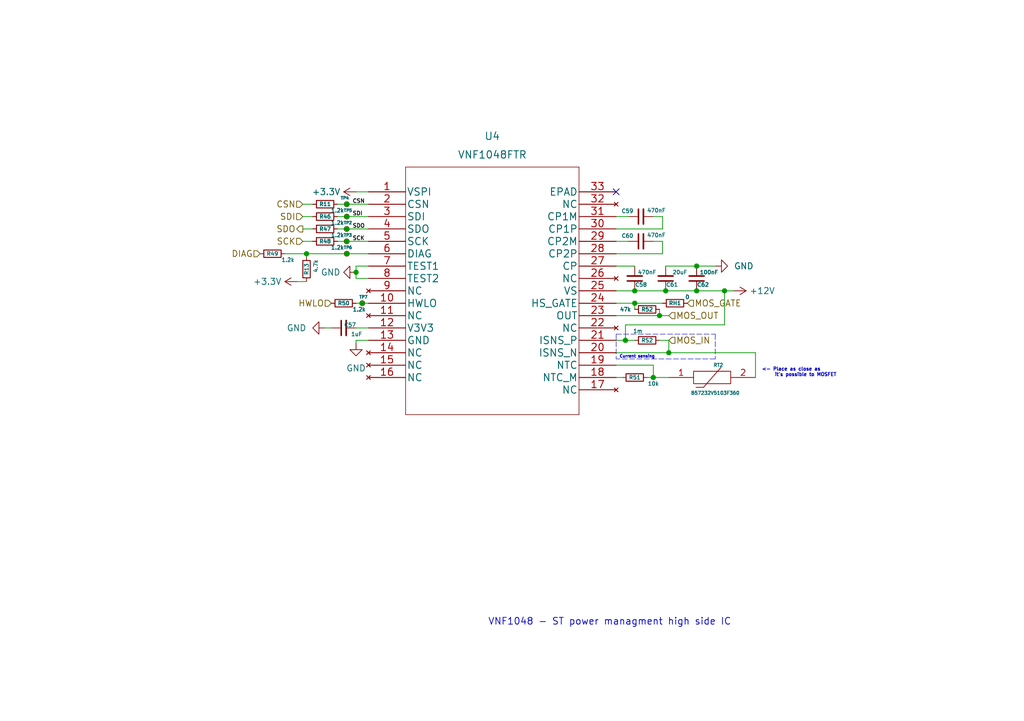
<source format=kicad_sch>
(kicad_sch (version 20211123) (generator eeschema)
  (paper "A5")
  (lib_symbols
    (symbol "Connector:TestPoint_Small" (pin_numbers hide) (pin_names (offset 0.762) hide)
      (property "Reference" "TP" (at 0 3.81 0))
      (property "Value" "TestPoint_Small" (at 0 2.032 0))
      (symbol "TestPoint_Small_0_1"
        (circle (center 0 0) (radius 0.508))
      )
      (symbol "TestPoint_Small_1_1"
        (pin passive line (at 0 0 90) (length 0) (name "1") (number "1"))
      )
    )
    (symbol "Device:C_Small" (pin_numbers hide) (pin_names (offset 0.254) hide)
      (property "Reference" "C" (at 0.254 1.778 0))
      (property "Value" "C_Small" (at 0.254 -2.032 0))
      (symbol "C_Small_0_1"
        (polyline (pts (xy -1.524 -0.508) (xy 1.524 -0.508)) (stroke (width 0.3302)))
        (polyline (pts (xy -1.524 0.508) (xy 1.524 0.508)) (stroke (width 0.3048)))
      )
      (symbol "C_Small_1_1"
        (pin passive line (at 0 2.54 270) (length 2.032) (name "~") (number "1"))
        (pin passive line (at 0 -2.54 90) (length 2.032) (name "~") (number "2"))
      )
    )
    (symbol "Device:R_Small" (pin_numbers hide) (pin_names (offset 0.254) hide)
      (property "Reference" "R" (at 0.762 0.508 0))
      (property "Value" "R_Small" (at 0.762 -1.016 0))
      (symbol "R_Small_0_1"
        (rectangle (start -0.762 1.778) (end 0.762 -1.778) (stroke (width 0.2032)))
      )
      (symbol "R_Small_1_1"
        (pin passive line (at 0 2.54 270) (length 0.762) (name "~") (number "1"))
        (pin passive line (at 0 -2.54 90) (length 0.762) (name "~") (number "2"))
      )
    )
    (symbol "PDM_additional:B57232V5103F360" (pin_names (offset 0.762))
      (property "Reference" "RT" (at 13.97 6.35 0))
      (property "Value" "B57232V5103F360" (at 13.97 3.81 0))
      (symbol "B57232V5103F360_0_0"
        (pin passive line (at 0 0 0) (length 5.08) (name "~") (number "1"))
        (pin passive line (at 17.78 0 180) (length 5.08) (name "~") (number "2"))
      )
      (symbol "B57232V5103F360_0_1"
        (polyline (pts (xy 5.588 -2.032) (xy 7.112 -2.032) (xy 10.668 2.032)) (stroke (width 0.1524)))
        (polyline (pts (xy 5.08 1.27) (xy 12.7 1.27) (xy 12.7 -1.27) (xy 5.08 -1.27) (xy 5.08 1.27)) (stroke (width 0.1524)))
      )
    )
    (symbol "PDM_additional:VNF1048FTR" (pin_names (offset 0.254))
      (property "Reference" "U4" (at 25.4 11.43 0))
      (property "Value" "VNF1048FTR" (at 25.4 7.62 0))
      (symbol "VNF1048FTR_1_1"
        (polyline (pts (xy 7.62 -45.72) (xy 43.18 -45.72)) (stroke (width 0.127)))
        (polyline (pts (xy 7.62 5.08) (xy 7.62 -45.72)) (stroke (width 0.127)))
        (polyline (pts (xy 43.18 -45.72) (xy 43.18 5.08)) (stroke (width 0.127)))
        (polyline (pts (xy 43.18 5.08) (xy 7.62 5.08)) (stroke (width 0.127)))
        (pin power_in line (at 0 0 0) (length 7.62) (name "VSPI") (number "1"))
        (pin input line (at 0 -22.86 0) (length 7.62) (name "HWLO") (number "10"))
        (pin no_connect line (at 0 -25.4 0) (length 7.62) (name "NC") (number "11"))
        (pin unspecified line (at 0 -27.94 0) (length 7.62) (name "V3V3") (number "12"))
        (pin power_in line (at 0 -30.48 0) (length 7.62) (name "GND") (number "13"))
        (pin no_connect line (at 0 -33.02 0) (length 7.62) (name "NC") (number "14"))
        (pin no_connect line (at 0 -35.56 0) (length 7.62) (name "NC") (number "15"))
        (pin no_connect line (at 0 -38.1 0) (length 7.62) (name "NC") (number "16"))
        (pin no_connect line (at 50.8 -40.64 180) (length 7.62) (name "NC") (number "17"))
        (pin input line (at 50.8 -38.1 180) (length 7.62) (name "NTC_M") (number "18"))
        (pin input line (at 50.8 -35.56 180) (length 7.62) (name "NTC") (number "19"))
        (pin unspecified line (at 0 -2.54 0) (length 7.62) (name "CSN") (number "2"))
        (pin input line (at 50.8 -33.02 180) (length 7.62) (name "ISNS_N") (number "20"))
        (pin input line (at 50.8 -30.48 180) (length 7.62) (name "ISNS_P") (number "21"))
        (pin no_connect line (at 50.8 -27.94 180) (length 7.62) (name "NC") (number "22"))
        (pin output line (at 50.8 -25.4 180) (length 7.62) (name "OUT") (number "23"))
        (pin output line (at 50.8 -22.86 180) (length 7.62) (name "HS_GATE") (number "24"))
        (pin power_in line (at 50.8 -20.32 180) (length 7.62) (name "VS") (number "25"))
        (pin no_connect line (at 50.8 -17.78 180) (length 7.62) (name "NC") (number "26"))
        (pin output line (at 50.8 -15.24 180) (length 7.62) (name "CP") (number "27"))
        (pin bidirectional line (at 50.8 -12.7 180) (length 7.62) (name "CP2P") (number "28"))
        (pin bidirectional line (at 50.8 -10.16 180) (length 7.62) (name "CP2M") (number "29"))
        (pin input line (at 0 -5.08 0) (length 7.62) (name "SDI") (number "3"))
        (pin bidirectional line (at 50.8 -7.62 180) (length 7.62) (name "CP1P") (number "30"))
        (pin bidirectional line (at 50.8 -5.08 180) (length 7.62) (name "CP1M") (number "31"))
        (pin no_connect line (at 50.8 -2.54 180) (length 7.62) (name "NC") (number "32"))
        (pin power_in line (at 50.8 0 180) (length 7.62) (name "EPAD") (number "33"))
        (pin output line (at 0 -7.62 0) (length 7.62) (name "SDO") (number "4"))
        (pin unspecified line (at 0 -10.16 0) (length 7.62) (name "SCK") (number "5"))
        (pin output line (at 0 -12.7 0) (length 7.62) (name "DIAG") (number "6"))
        (pin bidirectional line (at 0 -15.24 0) (length 7.62) (name "TEST1") (number "7"))
        (pin bidirectional line (at 0 -17.78 0) (length 7.62) (name "TEST2") (number "8"))
        (pin no_connect line (at 0 -20.32 0) (length 7.62) (name "NC") (number "9"))
      )
    )
    (symbol "power:+12V" (power) (pin_names (offset 0))
      (property "Value" "+12V" (at 0 3.556 0))
      (symbol "+12V_0_1"
        (polyline (pts (xy -0.762 1.27) (xy 0 2.54)))
        (polyline (pts (xy 0 0) (xy 0 2.54)))
        (polyline (pts (xy 0 2.54) (xy 0.762 1.27)))
      )
      (symbol "+12V_1_1"
        (pin power_in line (at 0 0 90) (length 0) hide (name "+12V") (number "1"))
      )
    )
    (symbol "power:+3.3V" (power) (pin_names (offset 0))
      (property "Value" "+3.3V" (at 0 3.556 0))
      (symbol "+3.3V_0_1"
        (polyline (pts (xy -0.762 1.27) (xy 0 2.54)))
        (polyline (pts (xy 0 0) (xy 0 2.54)))
        (polyline (pts (xy 0 2.54) (xy 0.762 1.27)))
      )
      (symbol "+3.3V_1_1"
        (pin power_in line (at 0 0 90) (length 0) hide (name "+3.3V") (number "1"))
      )
    )
    (symbol "power:GND" (power) (pin_names (offset 0))
      (property "Value" "GND" (at 0 -3.81 0))
      (symbol "GND_0_1"
        (polyline (pts (xy 0 0) (xy 0 -1.27) (xy 1.27 -1.27) (xy 0 -2.54) (xy -1.27 -1.27) (xy 0 -1.27)))
      )
      (symbol "GND_1_1"
        (pin power_in line (at 0 0 270) (length 0) hide (name "GND") (number "1"))
      )
    )
  )
  (junction (at 137.16 72.39))
  (junction (at 130.175 59.69))
  (junction (at 71.12 52.07))
  (junction (at 135.255 64.77))
  (junction (at 148.59 59.69))
  (junction (at 74.295 62.23))
  (junction (at 142.875 54.61))
  (junction (at 128.27 69.85))
  (junction (at 71.0997 49.53))
  (junction (at 71.12 41.91))
  (junction (at 133.985 77.47))
  (junction (at 136.525 59.69))
  (junction (at 62.865 52.07))
  (junction (at 71.12 44.45))
  (junction (at 73.025 55.88))
  (junction (at 142.875 59.69))
  (junction (at 130.175 62.23))
  (junction (at 71.0997 46.99))
  (no_connect (at 126.365 39.37))
  (wire (pts (xy 62.865 52.07) (xy 62.865 52.705)))
  (wire (pts (xy 73.025 69.85) (xy 73.025 70.485)))
  (wire (pts (xy 136.525 59.69) (xy 142.875 59.69)))
  (wire (pts (xy 135.255 69.85) (xy 137.16 69.85)))
  (polyline (pts (xy 126.365 68.58) (xy 146.685 68.58)) (stroke (width 0.1)))
  (wire (pts (xy 71.12 44.45) (xy 75.565 44.45)))
  (wire (pts (xy 73.025 62.23) (xy 74.295 62.23)))
  (wire (pts (xy 71.12 52.07) (xy 75.565 52.07)))
  (wire (pts (xy 148.59 59.69) (xy 150.495 59.69)))
  (polyline (pts (xy 126.365 68.58) (xy 126.365 73.66)) (stroke (width 0.1)))
  (wire (pts (xy 148.59 66.675) (xy 128.27 66.675)))
  (wire (pts (xy 60.96 57.785) (xy 62.865 57.785)))
  (wire (pts (xy 62.103 46.99) (xy 64.135 46.99)))
  (wire (pts (xy 130.175 63.5) (xy 130.175 62.23)))
  (wire (pts (xy 126.365 69.85) (xy 128.27 69.85)))
  (wire (pts (xy 135.255 63.5) (xy 135.255 64.77)))
  (wire (pts (xy 142.875 54.61) (xy 146.685 54.61)))
  (polyline (pts (xy 146.685 73.66) (xy 126.365 73.66)) (stroke (width 0.1)))
  (wire (pts (xy 126.365 44.45) (xy 128.905 44.45)))
  (wire (pts (xy 71.12 41.91) (xy 75.565 41.91)))
  (wire (pts (xy 137.16 72.39) (xy 154.94 72.39)))
  (wire (pts (xy 71.0997 49.53) (xy 75.565 49.53)))
  (wire (pts (xy 73.025 39.37) (xy 75.565 39.37)))
  (wire (pts (xy 135.89 52.07) (xy 126.365 52.07)))
  (wire (pts (xy 73.025 67.31) (xy 75.565 67.31)))
  (polyline (pts (xy 146.685 68.58) (xy 146.685 73.66)) (stroke (width 0.1)))
  (wire (pts (xy 135.255 64.77) (xy 137.16 64.77)))
  (wire (pts (xy 137.16 69.85) (xy 137.16 72.39)))
  (wire (pts (xy 62.865 52.07) (xy 71.12 52.07)))
  (wire (pts (xy 133.985 44.45) (xy 135.89 44.45)))
  (wire (pts (xy 62.103 41.91) (xy 64.135 41.91)))
  (wire (pts (xy 73.025 55.88) (xy 73.025 57.15)))
  (wire (pts (xy 126.365 54.61) (xy 130.175 54.61)))
  (wire (pts (xy 126.365 49.53) (xy 128.905 49.53)))
  (wire (pts (xy 73.025 57.15) (xy 75.565 57.15)))
  (wire (pts (xy 126.365 72.39) (xy 137.16 72.39)))
  (wire (pts (xy 154.94 72.39) (xy 154.94 77.47)))
  (wire (pts (xy 136.525 54.61) (xy 142.875 54.61)))
  (wire (pts (xy 69.215 49.53) (xy 71.0997 49.53)))
  (wire (pts (xy 133.985 77.47) (xy 133.985 74.93)))
  (wire (pts (xy 142.875 59.69) (xy 148.59 59.69)))
  (wire (pts (xy 62.103 49.53) (xy 64.135 49.53)))
  (wire (pts (xy 130.175 62.23) (xy 126.365 62.23)))
  (wire (pts (xy 130.175 59.69) (xy 136.525 59.69)))
  (wire (pts (xy 135.89 49.53) (xy 135.89 52.07)))
  (wire (pts (xy 69.215 46.99) (xy 71.0997 46.99)))
  (wire (pts (xy 133.985 77.47) (xy 137.16 77.47)))
  (wire (pts (xy 69.215 41.91) (xy 71.12 41.91)))
  (wire (pts (xy 135.255 64.77) (xy 126.365 64.77)))
  (wire (pts (xy 148.59 59.69) (xy 148.59 66.675)))
  (wire (pts (xy 71.0997 46.99) (xy 75.565 46.99)))
  (wire (pts (xy 130.175 62.23) (xy 135.89 62.23)))
  (wire (pts (xy 73.025 69.85) (xy 75.565 69.85)))
  (wire (pts (xy 128.27 69.85) (xy 130.175 69.85)))
  (wire (pts (xy 128.27 66.675) (xy 128.27 69.85)))
  (wire (pts (xy 133.985 74.93) (xy 126.365 74.93)))
  (wire (pts (xy 126.365 59.69) (xy 130.175 59.69)))
  (wire (pts (xy 132.715 77.47) (xy 133.985 77.47)))
  (wire (pts (xy 62.103 44.45) (xy 64.135 44.45)))
  (wire (pts (xy 135.89 44.45) (xy 135.89 46.99)))
  (wire (pts (xy 126.365 77.47) (xy 127.635 77.47)))
  (wire (pts (xy 69.215 44.45) (xy 71.12 44.45)))
  (wire (pts (xy 58.42 52.07) (xy 62.865 52.07)))
  (wire (pts (xy 73.025 54.61) (xy 75.565 54.61)))
  (wire (pts (xy 135.89 46.99) (xy 126.365 46.99)))
  (wire (pts (xy 133.985 49.53) (xy 135.89 49.53)))
  (wire (pts (xy 66.675 67.31) (xy 67.945 67.31)))
  (wire (pts (xy 73.025 55.88) (xy 73.025 54.61)))
  (wire (pts (xy 74.295 62.23) (xy 75.565 62.23)))
  (text "Current sensing" (at 127 73.66 0) (effects (font (size 0.6 0.6)) (justify left bottom)))
  (text "VNF1048 - ST power managment high side IC" (at 100.076 128.524 0) (effects (font (size 1.4 1.4)) (justify left bottom)))
  (text "<- Place as close as \n	it's possible to MOSFET" (at 156.21 77.47 0) (effects (font (size 0.7 0.7)) (justify left bottom)))
  (label "CSN" (at 72.263 41.91 0) (effects (font (size 0.8 0.8))))
  (label "SDI" (at 72.263 44.45 0) (effects (font (size 0.8 0.8))))
  (label "SDO" (at 72.263 46.99 0) (effects (font (size 0.8 0.8))))
  (label "SCK" (at 72.263 49.53 0) (effects (font (size 0.8 0.8))))
  (hierarchical_label "SDI" (shape input) (at 62.103 44.45 180))
  (hierarchical_label "SCK" (shape input) (at 62.103 49.53 180))
  (hierarchical_label "SDO" (shape output) (at 62.103 46.99 180))
  (hierarchical_label "MOS_OUT" (shape input) (at 137.16 64.77 0))
  (hierarchical_label "MOS_IN" (shape input) (at 137.16 69.85 0))
  (hierarchical_label "CSN" (shape input) (at 62.103 41.91 180))
  (hierarchical_label "MOS_GATE" (shape input) (at 140.97 62.23 0))
  (hierarchical_label "DIAG" (shape input) (at 53.34 52.07 180))
  (hierarchical_label "HWLO" (shape input) (at 67.945 62.23 180))
  (symbol (lib_id "Device:R_Small") (at 55.88 52.07 270) (unit 1)
    (property "Reference" "R49" (at 55.88 52.07 90) (effects (font (size 0.8 0.8))))
    (property "Value" "1.2k" (at 59.055 53.34 90) (effects (font (size 0.8 0.8))))
    (property "Footprint" "Resistor_SMD:R_0402_1005Metric" (effects hide))
  )
  (symbol (lib_id "Device:R_Small") (at 132.715 69.85 90) (unit 1)
    (property "Reference" "RS2" (at 132.715 69.85 90) (effects (font (size 0.8 0.8))))
    (property "Value" "1m" (at 130.81 67.945 90) (effects (font (size 0.8 0.8))))
    (property "Footprint" "Resistor_SMD:R_0402_1005Metric" (effects hide))
  )
  (symbol (lib_id "Device:C_Small") (at 130.175 57.15 180) (unit 1)
    (property "Reference" "C58" (at 132.715 58.42 0) (effects (font (size 0.8 0.8)) (justify left)))
    (property "Value" "470nF" (at 134.62 55.88 0) (effects (font (size 0.8 0.8)) (justify left)))
    (property "Footprint" "Capacitor_SMD:C_0805_2012Metric" (effects hide))
  )
  (symbol (lib_id "Connector:TestPoint_Small") (at 71.12 41.91 0) (unit 1)
    (property "Reference" "TP4" (at 69.85 40.64 0) (effects (font (size 0.6 0.6)) (justify left)))
    (property "Value" "TestPoint_Small" (effects hide))
    (property "Footprint" "TestPoint:TestPoint_Keystone_5000-5004_Miniature" (effects hide))
  )
  (symbol (lib_id "Device:C_Small") (at 136.525 57.15 180) (unit 1)
    (property "Reference" "C61" (at 139.065 58.42 0) (effects (font (size 0.8 0.8)) (justify left)))
    (property "Value" "20uF" (at 140.97 55.88 0) (effects (font (size 0.8 0.8)) (justify left)))
    (property "Footprint" "Capacitor_SMD:C_0805_2012Metric" (effects hide))
  )
  (symbol (lib_id "Device:R_Small") (at 66.675 46.99 270) (unit 1)
    (property "Reference" "R47" (at 66.675 46.99 90) (effects (font (size 0.8 0.8))))
    (property "Value" "1.2k" (at 69.215 48.26 90) (effects (font (size 0.8 0.8))))
    (property "Footprint" "Resistor_SMD:R_0402_1005Metric" (effects hide))
  )
  (symbol (lib_id "PDM_additional:VNF1048FTR") (at 75.565 39.37 0) (unit 1)
    (property "Reference" "U4" (at 100.965 27.94 0) (effects (font (size 1.524 1.524))))
    (property "Value" "VNF1048FTR" (at 100.965 31.75 0) (effects (font (size 1.524 1.524))))
    (property "Footprint" "PDM_Additional:QFN32L_5x5_STM" (effects hide))
  )
  (symbol (lib_id "Device:C_Small") (at 131.445 49.53 90) (unit 1)
    (property "Reference" "C60" (at 129.921 48.387 90) (effects (font (size 0.8 0.8)) (justify left)))
    (property "Value" "470nF" (at 136.525 48.26 90) (effects (font (size 0.8 0.8)) (justify left)))
    (property "Footprint" "Capacitor_SMD:C_0805_2012Metric" (effects hide))
  )
  (symbol (lib_id "Connector:TestPoint_Small") (at 71.12 52.07 0) (unit 1)
    (property "Reference" "TP6" (at 70.485 50.8 0) (effects (font (size 0.6 0.6)) (justify left)))
    (property "Value" "TestPoint_Small" (effects hide))
    (property "Footprint" "TestPoint:TestPoint_Keystone_5000-5004_Miniature" (effects hide))
  )
  (symbol (lib_id "power:+3.3V") (at 60.96 57.785 90) (unit 1)
    (property "Reference" "#PWR0188" (effects hide))
    (property "Value" "+3.3V" (at 57.785 57.7849 90) (effects (justify left)))
  )
  (symbol (lib_id "power:+12V") (at 150.495 59.69 270) (unit 1)
    (property "Reference" "#PWR0187" (effects hide))
    (property "Value" "+12V" (at 153.67 59.6899 90) (effects (justify left)))
  )
  (symbol (lib_id "power:GND") (at 73.025 55.88 270) (unit 1)
    (property "Reference" "#PWR0194" (effects hide))
    (property "Value" "GND" (at 69.85 55.8799 90) (effects (justify right)))
  )
  (symbol (lib_id "power:GND") (at 66.675 67.31 270) (unit 1)
    (property "Reference" "#PWR0103" (effects hide))
    (property "Value" "GND" (at 62.865 67.3099 90) (effects (justify right)))
  )
  (symbol (lib_id "Device:C_Small") (at 142.875 57.15 180) (unit 1)
    (property "Reference" "C62" (at 145.415 58.42 0) (effects (font (size 0.8 0.8)) (justify left)))
    (property "Value" "100nF" (at 147.32 55.88 0) (effects (font (size 0.8 0.8)) (justify left)))
    (property "Footprint" "Capacitor_SMD:C_0805_2012Metric" (effects hide))
  )
  (symbol (lib_id "Device:R_Small") (at 66.675 44.45 270) (unit 1)
    (property "Reference" "R46" (at 66.675 44.45 90) (effects (font (size 0.8 0.8))))
    (property "Value" "1.2k" (at 69.215 45.72 90) (effects (font (size 0.8 0.8))))
    (property "Footprint" "Resistor_SMD:R_0402_1005Metric" (effects hide))
  )
  (symbol (lib_id "Device:R_Small") (at 70.485 62.23 270) (unit 1)
    (property "Reference" "R50" (at 70.485 62.23 90) (effects (font (size 0.8 0.8))))
    (property "Value" "1.2k" (at 73.66 63.5 90) (effects (font (size 0.8 0.8))))
    (property "Footprint" "Resistor_SMD:R_0402_1005Metric" (effects hide))
  )
  (symbol (lib_id "power:GND") (at 73.025 70.485 0) (unit 1)
    (property "Reference" "#PWR0191" (effects hide))
    (property "Value" "GND" (at 73.025 75.565 0))
  )
  (symbol (lib_id "Connector:TestPoint_Small") (at 71.0997 49.53 0) (unit 1)
    (property "Reference" "TP3" (at 70.4647 48.26 0) (effects (font (size 0.6 0.6)) (justify left)))
    (property "Value" "TestPoint_Small" (effects hide))
    (property "Footprint" "TestPoint:TestPoint_Keystone_5000-5004_Miniature" (effects hide))
  )
  (symbol (lib_id "power:GND") (at 146.685 54.61 90) (unit 1)
    (property "Reference" "#PWR0195" (effects hide))
    (property "Value" "GND" (at 150.495 54.6099 90) (effects (justify right)))
  )
  (symbol (lib_id "Device:C_Small") (at 131.445 44.45 90) (unit 1)
    (property "Reference" "C59" (at 129.921 43.307 90) (effects (font (size 0.8 0.8)) (justify left)))
    (property "Value" "470nF" (at 136.525 43.18 90) (effects (font (size 0.8 0.8)) (justify left)))
    (property "Footprint" "Capacitor_SMD:C_0805_2012Metric" (effects hide))
  )
  (symbol (lib_id "Device:R_Small") (at 132.715 63.5 270) (unit 1)
    (property "Reference" "R52" (at 132.715 63.5 90) (effects (font (size 0.8 0.8))))
    (property "Value" "47k" (at 128.27 63.5 90) (effects (font (size 0.8 0.8))))
    (property "Footprint" "Resistor_SMD:R_0402_1005Metric" (effects hide))
  )
  (symbol (lib_id "Device:R_Small") (at 130.175 77.47 270) (unit 1)
    (property "Reference" "R51" (at 130.175 77.47 90) (effects (font (size 0.8 0.8))))
    (property "Value" "10k" (at 133.985 78.74 90) (effects (font (size 0.8 0.8))))
    (property "Footprint" "Resistor_SMD:R_0402_1005Metric" (effects hide))
  )
  (symbol (lib_id "Connector:TestPoint_Small") (at 74.295 62.23 0) (unit 1)
    (property "Reference" "TP7" (at 73.66 60.96 0) (effects (font (size 0.6 0.6)) (justify left)))
    (property "Value" "TestPoint_Small" (effects hide))
    (property "Footprint" "TestPoint:TestPoint_Keystone_5000-5004_Miniature" (effects hide))
  )
  (symbol (lib_id "Device:C_Small") (at 70.485 67.31 90) (unit 1)
    (property "Reference" "C57" (at 73.025 66.675 90) (effects (font (size 0.8 0.8)) (justify left)))
    (property "Value" "1uF" (at 74.295 68.58 90) (effects (font (size 0.8 0.8)) (justify left)))
    (property "Footprint" "Capacitor_SMD:C_0805_2012Metric" (effects hide))
  )
  (symbol (lib_id "power:+3.3V") (at 73.025 39.37 90) (unit 1)
    (property "Reference" "#PWR0193" (effects hide))
    (property "Value" "+3.3V" (at 69.85 39.3699 90) (effects (justify left)))
  )
  (symbol (lib_id "Connector:TestPoint_Small") (at 71.0997 46.99 0) (unit 1)
    (property "Reference" "TP2" (at 70.4647 45.72 0) (effects (font (size 0.6 0.6)) (justify left)))
    (property "Value" "TestPoint_Small" (effects hide))
    (property "Footprint" "TestPoint:TestPoint_Keystone_5000-5004_Miniature" (effects hide))
  )
  (symbol (lib_id "Device:R_Small") (at 66.675 49.53 270) (unit 1)
    (property "Reference" "R48" (at 66.675 49.53 90) (effects (font (size 0.8 0.8))))
    (property "Value" "1.2k" (at 69.215 50.8 90) (effects (font (size 0.8 0.8))))
    (property "Footprint" "Resistor_SMD:R_0402_1005Metric" (effects hide))
  )
  (symbol (lib_id "Device:R_Small") (at 138.43 62.23 270) (unit 1)
    (property "Reference" "RH1" (at 138.43 62.23 90) (effects (font (size 0.8 0.8))))
    (property "Value" "0" (at 140.97 60.96 90) (effects (font (size 0.8 0.8))))
    (property "Footprint" "Resistor_SMD:R_0805_2012Metric_Pad1.20x1.40mm_HandSolder" (effects hide))
  )
  (symbol (lib_id "PDM_additional:B57232V5103F360") (at 137.16 77.47 0) (unit 1)
    (property "Reference" "RT2" (at 147.32 74.93 0) (effects (font (size 0.7 0.7))))
    (property "Value" "B57232V5103F360" (at 146.685 80.645 0) (effects (font (size 0.7 0.7))))
    (property "Footprint" "PDM_Additional:THRMC1005X60N" (effects hide))
    (property "Datasheet" "https://product.tdk.com/system/files/dam/doc/product/sensor/ntc/chip-ntc-thermistor/data_sheet/50/db/ntc/ntc_smd_automotive_series_0402.pdf" (effects hide))
    (property "Description" "Chip NTC Thermistors (Sensor), Resistance (at 25?C)=10k?, Resistance Tolerance (at 25?C)=?3%" (effects hide))
    (property "Height" "0.6" (effects hide))
    (property "Manufacturer_Name" "TDK" (effects hide))
    (property "Manufacturer_Part_Number" "B57232V5103F360" (effects hide))
    (property "Mouser Part Number" "871-B57232V5103F360" (effects hide))
    (property "Mouser Price/Stock" "https://www.mouser.com/Search/Refine.aspx?Keyword=871-B57232V5103F360" (effects hide))
  )
  (symbol (lib_id "Connector:TestPoint_Small") (at 71.12 44.45 0) (unit 1)
    (property "Reference" "TP5" (at 70.485 43.18 0) (effects (font (size 0.6 0.6)) (justify left)))
    (property "Value" "TestPoint_Small" (effects hide))
    (property "Footprint" "TestPoint:TestPoint_Keystone_5000-5004_Miniature" (effects hide))
  )
  (symbol (lib_id "Device:R_Small") (at 66.675 41.91 270) (unit 1)
    (property "Reference" "R11" (at 66.675 41.91 90) (effects (font (size 0.8 0.8))))
    (property "Value" "1.2k" (at 69.215 43.18 90) (effects (font (size 0.8 0.8))))
    (property "Footprint" "Resistor_SMD:R_0402_1005Metric" (effects hide))
  )
  (symbol (lib_id "Device:R_Small") (at 62.865 55.245 0) (unit 1)
    (property "Reference" "R13" (at 62.865 55.245 90) (effects (font (size 0.8 0.8))))
    (property "Value" "4.7k" (at 64.77 54.61 90) (effects (font (size 0.8 0.8))))
    (property "Footprint" "Resistor_SMD:R_0402_1005Metric" (effects hide))
  )
)
</source>
